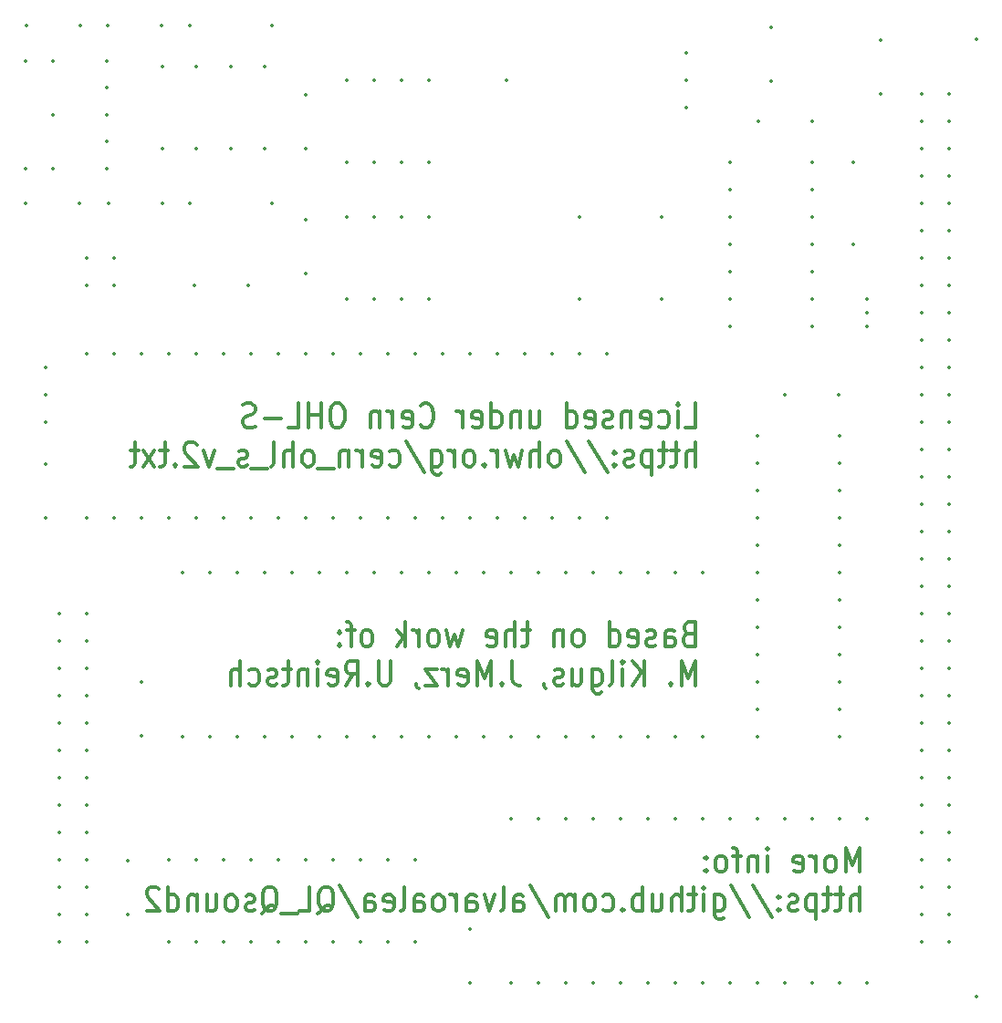
<source format=gbo>
%TF.GenerationSoftware,KiCad,Pcbnew,8.0.6+1*%
%TF.CreationDate,2024-11-10T20:36:51+01:00*%
%TF.ProjectId,QL_Qsound2,514c5f51-736f-4756-9e64-322e6b696361,1*%
%TF.SameCoordinates,Original*%
%TF.FileFunction,Legend,Bot*%
%TF.FilePolarity,Positive*%
%FSLAX46Y46*%
G04 Gerber Fmt 4.6, Leading zero omitted, Abs format (unit mm)*
G04 Created by KiCad (PCBNEW 8.0.6+1) date 2024-11-10 20:36:51*
%MOMM*%
%LPD*%
G01*
G04 APERTURE LIST*
%ADD10C,0.300000*%
%ADD11C,0.350000*%
G04 APERTURE END LIST*
D10*
X182206441Y-125579105D02*
X182206441Y-123329105D01*
X182206441Y-123329105D02*
X181539774Y-124936248D01*
X181539774Y-124936248D02*
X180873108Y-123329105D01*
X180873108Y-123329105D02*
X180873108Y-125579105D01*
X179635013Y-125579105D02*
X179825489Y-125471963D01*
X179825489Y-125471963D02*
X179920727Y-125364820D01*
X179920727Y-125364820D02*
X180015965Y-125150534D01*
X180015965Y-125150534D02*
X180015965Y-124507677D01*
X180015965Y-124507677D02*
X179920727Y-124293391D01*
X179920727Y-124293391D02*
X179825489Y-124186248D01*
X179825489Y-124186248D02*
X179635013Y-124079105D01*
X179635013Y-124079105D02*
X179349298Y-124079105D01*
X179349298Y-124079105D02*
X179158822Y-124186248D01*
X179158822Y-124186248D02*
X179063584Y-124293391D01*
X179063584Y-124293391D02*
X178968346Y-124507677D01*
X178968346Y-124507677D02*
X178968346Y-125150534D01*
X178968346Y-125150534D02*
X179063584Y-125364820D01*
X179063584Y-125364820D02*
X179158822Y-125471963D01*
X179158822Y-125471963D02*
X179349298Y-125579105D01*
X179349298Y-125579105D02*
X179635013Y-125579105D01*
X178111203Y-125579105D02*
X178111203Y-124079105D01*
X178111203Y-124507677D02*
X178015965Y-124293391D01*
X178015965Y-124293391D02*
X177920727Y-124186248D01*
X177920727Y-124186248D02*
X177730251Y-124079105D01*
X177730251Y-124079105D02*
X177539774Y-124079105D01*
X176111203Y-125471963D02*
X176301679Y-125579105D01*
X176301679Y-125579105D02*
X176682632Y-125579105D01*
X176682632Y-125579105D02*
X176873108Y-125471963D01*
X176873108Y-125471963D02*
X176968346Y-125257677D01*
X176968346Y-125257677D02*
X176968346Y-124400534D01*
X176968346Y-124400534D02*
X176873108Y-124186248D01*
X176873108Y-124186248D02*
X176682632Y-124079105D01*
X176682632Y-124079105D02*
X176301679Y-124079105D01*
X176301679Y-124079105D02*
X176111203Y-124186248D01*
X176111203Y-124186248D02*
X176015965Y-124400534D01*
X176015965Y-124400534D02*
X176015965Y-124614820D01*
X176015965Y-124614820D02*
X176968346Y-124829105D01*
X173635012Y-125579105D02*
X173635012Y-124079105D01*
X173635012Y-123329105D02*
X173730250Y-123436248D01*
X173730250Y-123436248D02*
X173635012Y-123543391D01*
X173635012Y-123543391D02*
X173539774Y-123436248D01*
X173539774Y-123436248D02*
X173635012Y-123329105D01*
X173635012Y-123329105D02*
X173635012Y-123543391D01*
X172682631Y-124079105D02*
X172682631Y-125579105D01*
X172682631Y-124293391D02*
X172587393Y-124186248D01*
X172587393Y-124186248D02*
X172396917Y-124079105D01*
X172396917Y-124079105D02*
X172111202Y-124079105D01*
X172111202Y-124079105D02*
X171920726Y-124186248D01*
X171920726Y-124186248D02*
X171825488Y-124400534D01*
X171825488Y-124400534D02*
X171825488Y-125579105D01*
X171158821Y-124079105D02*
X170396917Y-124079105D01*
X170873107Y-125579105D02*
X170873107Y-123650534D01*
X170873107Y-123650534D02*
X170777869Y-123436248D01*
X170777869Y-123436248D02*
X170587393Y-123329105D01*
X170587393Y-123329105D02*
X170396917Y-123329105D01*
X169444536Y-125579105D02*
X169635012Y-125471963D01*
X169635012Y-125471963D02*
X169730250Y-125364820D01*
X169730250Y-125364820D02*
X169825488Y-125150534D01*
X169825488Y-125150534D02*
X169825488Y-124507677D01*
X169825488Y-124507677D02*
X169730250Y-124293391D01*
X169730250Y-124293391D02*
X169635012Y-124186248D01*
X169635012Y-124186248D02*
X169444536Y-124079105D01*
X169444536Y-124079105D02*
X169158821Y-124079105D01*
X169158821Y-124079105D02*
X168968345Y-124186248D01*
X168968345Y-124186248D02*
X168873107Y-124293391D01*
X168873107Y-124293391D02*
X168777869Y-124507677D01*
X168777869Y-124507677D02*
X168777869Y-125150534D01*
X168777869Y-125150534D02*
X168873107Y-125364820D01*
X168873107Y-125364820D02*
X168968345Y-125471963D01*
X168968345Y-125471963D02*
X169158821Y-125579105D01*
X169158821Y-125579105D02*
X169444536Y-125579105D01*
X167920726Y-125364820D02*
X167825488Y-125471963D01*
X167825488Y-125471963D02*
X167920726Y-125579105D01*
X167920726Y-125579105D02*
X168015964Y-125471963D01*
X168015964Y-125471963D02*
X167920726Y-125364820D01*
X167920726Y-125364820D02*
X167920726Y-125579105D01*
X167920726Y-124186248D02*
X167825488Y-124293391D01*
X167825488Y-124293391D02*
X167920726Y-124400534D01*
X167920726Y-124400534D02*
X168015964Y-124293391D01*
X168015964Y-124293391D02*
X167920726Y-124186248D01*
X167920726Y-124186248D02*
X167920726Y-124400534D01*
X182206441Y-129201479D02*
X182206441Y-126951479D01*
X181349298Y-129201479D02*
X181349298Y-128022908D01*
X181349298Y-128022908D02*
X181444536Y-127808622D01*
X181444536Y-127808622D02*
X181635012Y-127701479D01*
X181635012Y-127701479D02*
X181920727Y-127701479D01*
X181920727Y-127701479D02*
X182111203Y-127808622D01*
X182111203Y-127808622D02*
X182206441Y-127915765D01*
X180682631Y-127701479D02*
X179920727Y-127701479D01*
X180396917Y-126951479D02*
X180396917Y-128880051D01*
X180396917Y-128880051D02*
X180301679Y-129094337D01*
X180301679Y-129094337D02*
X180111203Y-129201479D01*
X180111203Y-129201479D02*
X179920727Y-129201479D01*
X179539774Y-127701479D02*
X178777870Y-127701479D01*
X179254060Y-126951479D02*
X179254060Y-128880051D01*
X179254060Y-128880051D02*
X179158822Y-129094337D01*
X179158822Y-129094337D02*
X178968346Y-129201479D01*
X178968346Y-129201479D02*
X178777870Y-129201479D01*
X178111203Y-127701479D02*
X178111203Y-129951479D01*
X178111203Y-127808622D02*
X177920727Y-127701479D01*
X177920727Y-127701479D02*
X177539774Y-127701479D01*
X177539774Y-127701479D02*
X177349298Y-127808622D01*
X177349298Y-127808622D02*
X177254060Y-127915765D01*
X177254060Y-127915765D02*
X177158822Y-128130051D01*
X177158822Y-128130051D02*
X177158822Y-128772908D01*
X177158822Y-128772908D02*
X177254060Y-128987194D01*
X177254060Y-128987194D02*
X177349298Y-129094337D01*
X177349298Y-129094337D02*
X177539774Y-129201479D01*
X177539774Y-129201479D02*
X177920727Y-129201479D01*
X177920727Y-129201479D02*
X178111203Y-129094337D01*
X176396917Y-129094337D02*
X176206441Y-129201479D01*
X176206441Y-129201479D02*
X175825489Y-129201479D01*
X175825489Y-129201479D02*
X175635012Y-129094337D01*
X175635012Y-129094337D02*
X175539774Y-128880051D01*
X175539774Y-128880051D02*
X175539774Y-128772908D01*
X175539774Y-128772908D02*
X175635012Y-128558622D01*
X175635012Y-128558622D02*
X175825489Y-128451479D01*
X175825489Y-128451479D02*
X176111203Y-128451479D01*
X176111203Y-128451479D02*
X176301679Y-128344337D01*
X176301679Y-128344337D02*
X176396917Y-128130051D01*
X176396917Y-128130051D02*
X176396917Y-128022908D01*
X176396917Y-128022908D02*
X176301679Y-127808622D01*
X176301679Y-127808622D02*
X176111203Y-127701479D01*
X176111203Y-127701479D02*
X175825489Y-127701479D01*
X175825489Y-127701479D02*
X175635012Y-127808622D01*
X174682631Y-128987194D02*
X174587393Y-129094337D01*
X174587393Y-129094337D02*
X174682631Y-129201479D01*
X174682631Y-129201479D02*
X174777869Y-129094337D01*
X174777869Y-129094337D02*
X174682631Y-128987194D01*
X174682631Y-128987194D02*
X174682631Y-129201479D01*
X174682631Y-127808622D02*
X174587393Y-127915765D01*
X174587393Y-127915765D02*
X174682631Y-128022908D01*
X174682631Y-128022908D02*
X174777869Y-127915765D01*
X174777869Y-127915765D02*
X174682631Y-127808622D01*
X174682631Y-127808622D02*
X174682631Y-128022908D01*
X172301679Y-126844337D02*
X174015964Y-129737194D01*
X170206441Y-126844337D02*
X171920726Y-129737194D01*
X168682631Y-127701479D02*
X168682631Y-129522908D01*
X168682631Y-129522908D02*
X168777869Y-129737194D01*
X168777869Y-129737194D02*
X168873107Y-129844337D01*
X168873107Y-129844337D02*
X169063584Y-129951479D01*
X169063584Y-129951479D02*
X169349298Y-129951479D01*
X169349298Y-129951479D02*
X169539774Y-129844337D01*
X168682631Y-129094337D02*
X168873107Y-129201479D01*
X168873107Y-129201479D02*
X169254060Y-129201479D01*
X169254060Y-129201479D02*
X169444536Y-129094337D01*
X169444536Y-129094337D02*
X169539774Y-128987194D01*
X169539774Y-128987194D02*
X169635012Y-128772908D01*
X169635012Y-128772908D02*
X169635012Y-128130051D01*
X169635012Y-128130051D02*
X169539774Y-127915765D01*
X169539774Y-127915765D02*
X169444536Y-127808622D01*
X169444536Y-127808622D02*
X169254060Y-127701479D01*
X169254060Y-127701479D02*
X168873107Y-127701479D01*
X168873107Y-127701479D02*
X168682631Y-127808622D01*
X167730250Y-129201479D02*
X167730250Y-127701479D01*
X167730250Y-126951479D02*
X167825488Y-127058622D01*
X167825488Y-127058622D02*
X167730250Y-127165765D01*
X167730250Y-127165765D02*
X167635012Y-127058622D01*
X167635012Y-127058622D02*
X167730250Y-126951479D01*
X167730250Y-126951479D02*
X167730250Y-127165765D01*
X167063583Y-127701479D02*
X166301679Y-127701479D01*
X166777869Y-126951479D02*
X166777869Y-128880051D01*
X166777869Y-128880051D02*
X166682631Y-129094337D01*
X166682631Y-129094337D02*
X166492155Y-129201479D01*
X166492155Y-129201479D02*
X166301679Y-129201479D01*
X165635012Y-129201479D02*
X165635012Y-126951479D01*
X164777869Y-129201479D02*
X164777869Y-128022908D01*
X164777869Y-128022908D02*
X164873107Y-127808622D01*
X164873107Y-127808622D02*
X165063583Y-127701479D01*
X165063583Y-127701479D02*
X165349298Y-127701479D01*
X165349298Y-127701479D02*
X165539774Y-127808622D01*
X165539774Y-127808622D02*
X165635012Y-127915765D01*
X162968345Y-127701479D02*
X162968345Y-129201479D01*
X163825488Y-127701479D02*
X163825488Y-128880051D01*
X163825488Y-128880051D02*
X163730250Y-129094337D01*
X163730250Y-129094337D02*
X163539774Y-129201479D01*
X163539774Y-129201479D02*
X163254059Y-129201479D01*
X163254059Y-129201479D02*
X163063583Y-129094337D01*
X163063583Y-129094337D02*
X162968345Y-128987194D01*
X162015964Y-129201479D02*
X162015964Y-126951479D01*
X162015964Y-127808622D02*
X161825488Y-127701479D01*
X161825488Y-127701479D02*
X161444535Y-127701479D01*
X161444535Y-127701479D02*
X161254059Y-127808622D01*
X161254059Y-127808622D02*
X161158821Y-127915765D01*
X161158821Y-127915765D02*
X161063583Y-128130051D01*
X161063583Y-128130051D02*
X161063583Y-128772908D01*
X161063583Y-128772908D02*
X161158821Y-128987194D01*
X161158821Y-128987194D02*
X161254059Y-129094337D01*
X161254059Y-129094337D02*
X161444535Y-129201479D01*
X161444535Y-129201479D02*
X161825488Y-129201479D01*
X161825488Y-129201479D02*
X162015964Y-129094337D01*
X160206440Y-128987194D02*
X160111202Y-129094337D01*
X160111202Y-129094337D02*
X160206440Y-129201479D01*
X160206440Y-129201479D02*
X160301678Y-129094337D01*
X160301678Y-129094337D02*
X160206440Y-128987194D01*
X160206440Y-128987194D02*
X160206440Y-129201479D01*
X158396916Y-129094337D02*
X158587392Y-129201479D01*
X158587392Y-129201479D02*
X158968345Y-129201479D01*
X158968345Y-129201479D02*
X159158821Y-129094337D01*
X159158821Y-129094337D02*
X159254059Y-128987194D01*
X159254059Y-128987194D02*
X159349297Y-128772908D01*
X159349297Y-128772908D02*
X159349297Y-128130051D01*
X159349297Y-128130051D02*
X159254059Y-127915765D01*
X159254059Y-127915765D02*
X159158821Y-127808622D01*
X159158821Y-127808622D02*
X158968345Y-127701479D01*
X158968345Y-127701479D02*
X158587392Y-127701479D01*
X158587392Y-127701479D02*
X158396916Y-127808622D01*
X157254059Y-129201479D02*
X157444535Y-129094337D01*
X157444535Y-129094337D02*
X157539773Y-128987194D01*
X157539773Y-128987194D02*
X157635011Y-128772908D01*
X157635011Y-128772908D02*
X157635011Y-128130051D01*
X157635011Y-128130051D02*
X157539773Y-127915765D01*
X157539773Y-127915765D02*
X157444535Y-127808622D01*
X157444535Y-127808622D02*
X157254059Y-127701479D01*
X157254059Y-127701479D02*
X156968344Y-127701479D01*
X156968344Y-127701479D02*
X156777868Y-127808622D01*
X156777868Y-127808622D02*
X156682630Y-127915765D01*
X156682630Y-127915765D02*
X156587392Y-128130051D01*
X156587392Y-128130051D02*
X156587392Y-128772908D01*
X156587392Y-128772908D02*
X156682630Y-128987194D01*
X156682630Y-128987194D02*
X156777868Y-129094337D01*
X156777868Y-129094337D02*
X156968344Y-129201479D01*
X156968344Y-129201479D02*
X157254059Y-129201479D01*
X155730249Y-129201479D02*
X155730249Y-127701479D01*
X155730249Y-127915765D02*
X155635011Y-127808622D01*
X155635011Y-127808622D02*
X155444535Y-127701479D01*
X155444535Y-127701479D02*
X155158820Y-127701479D01*
X155158820Y-127701479D02*
X154968344Y-127808622D01*
X154968344Y-127808622D02*
X154873106Y-128022908D01*
X154873106Y-128022908D02*
X154873106Y-129201479D01*
X154873106Y-128022908D02*
X154777868Y-127808622D01*
X154777868Y-127808622D02*
X154587392Y-127701479D01*
X154587392Y-127701479D02*
X154301678Y-127701479D01*
X154301678Y-127701479D02*
X154111201Y-127808622D01*
X154111201Y-127808622D02*
X154015963Y-128022908D01*
X154015963Y-128022908D02*
X154015963Y-129201479D01*
X151635011Y-126844337D02*
X153349296Y-129737194D01*
X150111201Y-129201479D02*
X150111201Y-128022908D01*
X150111201Y-128022908D02*
X150206439Y-127808622D01*
X150206439Y-127808622D02*
X150396915Y-127701479D01*
X150396915Y-127701479D02*
X150777868Y-127701479D01*
X150777868Y-127701479D02*
X150968344Y-127808622D01*
X150111201Y-129094337D02*
X150301677Y-129201479D01*
X150301677Y-129201479D02*
X150777868Y-129201479D01*
X150777868Y-129201479D02*
X150968344Y-129094337D01*
X150968344Y-129094337D02*
X151063582Y-128880051D01*
X151063582Y-128880051D02*
X151063582Y-128665765D01*
X151063582Y-128665765D02*
X150968344Y-128451479D01*
X150968344Y-128451479D02*
X150777868Y-128344337D01*
X150777868Y-128344337D02*
X150301677Y-128344337D01*
X150301677Y-128344337D02*
X150111201Y-128237194D01*
X148873106Y-129201479D02*
X149063582Y-129094337D01*
X149063582Y-129094337D02*
X149158820Y-128880051D01*
X149158820Y-128880051D02*
X149158820Y-126951479D01*
X148301677Y-127701479D02*
X147825487Y-129201479D01*
X147825487Y-129201479D02*
X147349296Y-127701479D01*
X145730248Y-129201479D02*
X145730248Y-128022908D01*
X145730248Y-128022908D02*
X145825486Y-127808622D01*
X145825486Y-127808622D02*
X146015962Y-127701479D01*
X146015962Y-127701479D02*
X146396915Y-127701479D01*
X146396915Y-127701479D02*
X146587391Y-127808622D01*
X145730248Y-129094337D02*
X145920724Y-129201479D01*
X145920724Y-129201479D02*
X146396915Y-129201479D01*
X146396915Y-129201479D02*
X146587391Y-129094337D01*
X146587391Y-129094337D02*
X146682629Y-128880051D01*
X146682629Y-128880051D02*
X146682629Y-128665765D01*
X146682629Y-128665765D02*
X146587391Y-128451479D01*
X146587391Y-128451479D02*
X146396915Y-128344337D01*
X146396915Y-128344337D02*
X145920724Y-128344337D01*
X145920724Y-128344337D02*
X145730248Y-128237194D01*
X144777867Y-129201479D02*
X144777867Y-127701479D01*
X144777867Y-128130051D02*
X144682629Y-127915765D01*
X144682629Y-127915765D02*
X144587391Y-127808622D01*
X144587391Y-127808622D02*
X144396915Y-127701479D01*
X144396915Y-127701479D02*
X144206438Y-127701479D01*
X143254058Y-129201479D02*
X143444534Y-129094337D01*
X143444534Y-129094337D02*
X143539772Y-128987194D01*
X143539772Y-128987194D02*
X143635010Y-128772908D01*
X143635010Y-128772908D02*
X143635010Y-128130051D01*
X143635010Y-128130051D02*
X143539772Y-127915765D01*
X143539772Y-127915765D02*
X143444534Y-127808622D01*
X143444534Y-127808622D02*
X143254058Y-127701479D01*
X143254058Y-127701479D02*
X142968343Y-127701479D01*
X142968343Y-127701479D02*
X142777867Y-127808622D01*
X142777867Y-127808622D02*
X142682629Y-127915765D01*
X142682629Y-127915765D02*
X142587391Y-128130051D01*
X142587391Y-128130051D02*
X142587391Y-128772908D01*
X142587391Y-128772908D02*
X142682629Y-128987194D01*
X142682629Y-128987194D02*
X142777867Y-129094337D01*
X142777867Y-129094337D02*
X142968343Y-129201479D01*
X142968343Y-129201479D02*
X143254058Y-129201479D01*
X140873105Y-129201479D02*
X140873105Y-128022908D01*
X140873105Y-128022908D02*
X140968343Y-127808622D01*
X140968343Y-127808622D02*
X141158819Y-127701479D01*
X141158819Y-127701479D02*
X141539772Y-127701479D01*
X141539772Y-127701479D02*
X141730248Y-127808622D01*
X140873105Y-129094337D02*
X141063581Y-129201479D01*
X141063581Y-129201479D02*
X141539772Y-129201479D01*
X141539772Y-129201479D02*
X141730248Y-129094337D01*
X141730248Y-129094337D02*
X141825486Y-128880051D01*
X141825486Y-128880051D02*
X141825486Y-128665765D01*
X141825486Y-128665765D02*
X141730248Y-128451479D01*
X141730248Y-128451479D02*
X141539772Y-128344337D01*
X141539772Y-128344337D02*
X141063581Y-128344337D01*
X141063581Y-128344337D02*
X140873105Y-128237194D01*
X139635010Y-129201479D02*
X139825486Y-129094337D01*
X139825486Y-129094337D02*
X139920724Y-128880051D01*
X139920724Y-128880051D02*
X139920724Y-126951479D01*
X138111200Y-129094337D02*
X138301676Y-129201479D01*
X138301676Y-129201479D02*
X138682629Y-129201479D01*
X138682629Y-129201479D02*
X138873105Y-129094337D01*
X138873105Y-129094337D02*
X138968343Y-128880051D01*
X138968343Y-128880051D02*
X138968343Y-128022908D01*
X138968343Y-128022908D02*
X138873105Y-127808622D01*
X138873105Y-127808622D02*
X138682629Y-127701479D01*
X138682629Y-127701479D02*
X138301676Y-127701479D01*
X138301676Y-127701479D02*
X138111200Y-127808622D01*
X138111200Y-127808622D02*
X138015962Y-128022908D01*
X138015962Y-128022908D02*
X138015962Y-128237194D01*
X138015962Y-128237194D02*
X138968343Y-128451479D01*
X136301676Y-129201479D02*
X136301676Y-128022908D01*
X136301676Y-128022908D02*
X136396914Y-127808622D01*
X136396914Y-127808622D02*
X136587390Y-127701479D01*
X136587390Y-127701479D02*
X136968343Y-127701479D01*
X136968343Y-127701479D02*
X137158819Y-127808622D01*
X136301676Y-129094337D02*
X136492152Y-129201479D01*
X136492152Y-129201479D02*
X136968343Y-129201479D01*
X136968343Y-129201479D02*
X137158819Y-129094337D01*
X137158819Y-129094337D02*
X137254057Y-128880051D01*
X137254057Y-128880051D02*
X137254057Y-128665765D01*
X137254057Y-128665765D02*
X137158819Y-128451479D01*
X137158819Y-128451479D02*
X136968343Y-128344337D01*
X136968343Y-128344337D02*
X136492152Y-128344337D01*
X136492152Y-128344337D02*
X136301676Y-128237194D01*
X133920724Y-126844337D02*
X135635009Y-129737194D01*
X131920724Y-129415765D02*
X132111200Y-129308622D01*
X132111200Y-129308622D02*
X132301676Y-129094337D01*
X132301676Y-129094337D02*
X132587390Y-128772908D01*
X132587390Y-128772908D02*
X132777867Y-128665765D01*
X132777867Y-128665765D02*
X132968343Y-128665765D01*
X132873105Y-129201479D02*
X133063581Y-129094337D01*
X133063581Y-129094337D02*
X133254057Y-128880051D01*
X133254057Y-128880051D02*
X133349295Y-128451479D01*
X133349295Y-128451479D02*
X133349295Y-127701479D01*
X133349295Y-127701479D02*
X133254057Y-127272908D01*
X133254057Y-127272908D02*
X133063581Y-127058622D01*
X133063581Y-127058622D02*
X132873105Y-126951479D01*
X132873105Y-126951479D02*
X132492152Y-126951479D01*
X132492152Y-126951479D02*
X132301676Y-127058622D01*
X132301676Y-127058622D02*
X132111200Y-127272908D01*
X132111200Y-127272908D02*
X132015962Y-127701479D01*
X132015962Y-127701479D02*
X132015962Y-128451479D01*
X132015962Y-128451479D02*
X132111200Y-128880051D01*
X132111200Y-128880051D02*
X132301676Y-129094337D01*
X132301676Y-129094337D02*
X132492152Y-129201479D01*
X132492152Y-129201479D02*
X132873105Y-129201479D01*
X130206438Y-129201479D02*
X131158819Y-129201479D01*
X131158819Y-129201479D02*
X131158819Y-126951479D01*
X130015962Y-129415765D02*
X128492152Y-129415765D01*
X126682628Y-129415765D02*
X126873104Y-129308622D01*
X126873104Y-129308622D02*
X127063580Y-129094337D01*
X127063580Y-129094337D02*
X127349294Y-128772908D01*
X127349294Y-128772908D02*
X127539771Y-128665765D01*
X127539771Y-128665765D02*
X127730247Y-128665765D01*
X127635009Y-129201479D02*
X127825485Y-129094337D01*
X127825485Y-129094337D02*
X128015961Y-128880051D01*
X128015961Y-128880051D02*
X128111199Y-128451479D01*
X128111199Y-128451479D02*
X128111199Y-127701479D01*
X128111199Y-127701479D02*
X128015961Y-127272908D01*
X128015961Y-127272908D02*
X127825485Y-127058622D01*
X127825485Y-127058622D02*
X127635009Y-126951479D01*
X127635009Y-126951479D02*
X127254056Y-126951479D01*
X127254056Y-126951479D02*
X127063580Y-127058622D01*
X127063580Y-127058622D02*
X126873104Y-127272908D01*
X126873104Y-127272908D02*
X126777866Y-127701479D01*
X126777866Y-127701479D02*
X126777866Y-128451479D01*
X126777866Y-128451479D02*
X126873104Y-128880051D01*
X126873104Y-128880051D02*
X127063580Y-129094337D01*
X127063580Y-129094337D02*
X127254056Y-129201479D01*
X127254056Y-129201479D02*
X127635009Y-129201479D01*
X126015961Y-129094337D02*
X125825485Y-129201479D01*
X125825485Y-129201479D02*
X125444533Y-129201479D01*
X125444533Y-129201479D02*
X125254056Y-129094337D01*
X125254056Y-129094337D02*
X125158818Y-128880051D01*
X125158818Y-128880051D02*
X125158818Y-128772908D01*
X125158818Y-128772908D02*
X125254056Y-128558622D01*
X125254056Y-128558622D02*
X125444533Y-128451479D01*
X125444533Y-128451479D02*
X125730247Y-128451479D01*
X125730247Y-128451479D02*
X125920723Y-128344337D01*
X125920723Y-128344337D02*
X126015961Y-128130051D01*
X126015961Y-128130051D02*
X126015961Y-128022908D01*
X126015961Y-128022908D02*
X125920723Y-127808622D01*
X125920723Y-127808622D02*
X125730247Y-127701479D01*
X125730247Y-127701479D02*
X125444533Y-127701479D01*
X125444533Y-127701479D02*
X125254056Y-127808622D01*
X124015961Y-129201479D02*
X124206437Y-129094337D01*
X124206437Y-129094337D02*
X124301675Y-128987194D01*
X124301675Y-128987194D02*
X124396913Y-128772908D01*
X124396913Y-128772908D02*
X124396913Y-128130051D01*
X124396913Y-128130051D02*
X124301675Y-127915765D01*
X124301675Y-127915765D02*
X124206437Y-127808622D01*
X124206437Y-127808622D02*
X124015961Y-127701479D01*
X124015961Y-127701479D02*
X123730246Y-127701479D01*
X123730246Y-127701479D02*
X123539770Y-127808622D01*
X123539770Y-127808622D02*
X123444532Y-127915765D01*
X123444532Y-127915765D02*
X123349294Y-128130051D01*
X123349294Y-128130051D02*
X123349294Y-128772908D01*
X123349294Y-128772908D02*
X123444532Y-128987194D01*
X123444532Y-128987194D02*
X123539770Y-129094337D01*
X123539770Y-129094337D02*
X123730246Y-129201479D01*
X123730246Y-129201479D02*
X124015961Y-129201479D01*
X121635008Y-127701479D02*
X121635008Y-129201479D01*
X122492151Y-127701479D02*
X122492151Y-128880051D01*
X122492151Y-128880051D02*
X122396913Y-129094337D01*
X122396913Y-129094337D02*
X122206437Y-129201479D01*
X122206437Y-129201479D02*
X121920722Y-129201479D01*
X121920722Y-129201479D02*
X121730246Y-129094337D01*
X121730246Y-129094337D02*
X121635008Y-128987194D01*
X120682627Y-127701479D02*
X120682627Y-129201479D01*
X120682627Y-127915765D02*
X120587389Y-127808622D01*
X120587389Y-127808622D02*
X120396913Y-127701479D01*
X120396913Y-127701479D02*
X120111198Y-127701479D01*
X120111198Y-127701479D02*
X119920722Y-127808622D01*
X119920722Y-127808622D02*
X119825484Y-128022908D01*
X119825484Y-128022908D02*
X119825484Y-129201479D01*
X118015960Y-129201479D02*
X118015960Y-126951479D01*
X118015960Y-129094337D02*
X118206436Y-129201479D01*
X118206436Y-129201479D02*
X118587389Y-129201479D01*
X118587389Y-129201479D02*
X118777865Y-129094337D01*
X118777865Y-129094337D02*
X118873103Y-128987194D01*
X118873103Y-128987194D02*
X118968341Y-128772908D01*
X118968341Y-128772908D02*
X118968341Y-128130051D01*
X118968341Y-128130051D02*
X118873103Y-127915765D01*
X118873103Y-127915765D02*
X118777865Y-127808622D01*
X118777865Y-127808622D02*
X118587389Y-127701479D01*
X118587389Y-127701479D02*
X118206436Y-127701479D01*
X118206436Y-127701479D02*
X118015960Y-127808622D01*
X117158817Y-127165765D02*
X117063579Y-127058622D01*
X117063579Y-127058622D02*
X116873103Y-126951479D01*
X116873103Y-126951479D02*
X116396912Y-126951479D01*
X116396912Y-126951479D02*
X116206436Y-127058622D01*
X116206436Y-127058622D02*
X116111198Y-127165765D01*
X116111198Y-127165765D02*
X116015960Y-127380051D01*
X116015960Y-127380051D02*
X116015960Y-127594337D01*
X116015960Y-127594337D02*
X116111198Y-127915765D01*
X116111198Y-127915765D02*
X117254055Y-129201479D01*
X117254055Y-129201479D02*
X116015960Y-129201479D01*
X166299774Y-103445534D02*
X166014060Y-103552677D01*
X166014060Y-103552677D02*
X165918822Y-103659820D01*
X165918822Y-103659820D02*
X165823584Y-103874105D01*
X165823584Y-103874105D02*
X165823584Y-104195534D01*
X165823584Y-104195534D02*
X165918822Y-104409820D01*
X165918822Y-104409820D02*
X166014060Y-104516963D01*
X166014060Y-104516963D02*
X166204536Y-104624105D01*
X166204536Y-104624105D02*
X166966441Y-104624105D01*
X166966441Y-104624105D02*
X166966441Y-102374105D01*
X166966441Y-102374105D02*
X166299774Y-102374105D01*
X166299774Y-102374105D02*
X166109298Y-102481248D01*
X166109298Y-102481248D02*
X166014060Y-102588391D01*
X166014060Y-102588391D02*
X165918822Y-102802677D01*
X165918822Y-102802677D02*
X165918822Y-103016963D01*
X165918822Y-103016963D02*
X166014060Y-103231248D01*
X166014060Y-103231248D02*
X166109298Y-103338391D01*
X166109298Y-103338391D02*
X166299774Y-103445534D01*
X166299774Y-103445534D02*
X166966441Y-103445534D01*
X164109298Y-104624105D02*
X164109298Y-103445534D01*
X164109298Y-103445534D02*
X164204536Y-103231248D01*
X164204536Y-103231248D02*
X164395012Y-103124105D01*
X164395012Y-103124105D02*
X164775965Y-103124105D01*
X164775965Y-103124105D02*
X164966441Y-103231248D01*
X164109298Y-104516963D02*
X164299774Y-104624105D01*
X164299774Y-104624105D02*
X164775965Y-104624105D01*
X164775965Y-104624105D02*
X164966441Y-104516963D01*
X164966441Y-104516963D02*
X165061679Y-104302677D01*
X165061679Y-104302677D02*
X165061679Y-104088391D01*
X165061679Y-104088391D02*
X164966441Y-103874105D01*
X164966441Y-103874105D02*
X164775965Y-103766963D01*
X164775965Y-103766963D02*
X164299774Y-103766963D01*
X164299774Y-103766963D02*
X164109298Y-103659820D01*
X163252155Y-104516963D02*
X163061679Y-104624105D01*
X163061679Y-104624105D02*
X162680727Y-104624105D01*
X162680727Y-104624105D02*
X162490250Y-104516963D01*
X162490250Y-104516963D02*
X162395012Y-104302677D01*
X162395012Y-104302677D02*
X162395012Y-104195534D01*
X162395012Y-104195534D02*
X162490250Y-103981248D01*
X162490250Y-103981248D02*
X162680727Y-103874105D01*
X162680727Y-103874105D02*
X162966441Y-103874105D01*
X162966441Y-103874105D02*
X163156917Y-103766963D01*
X163156917Y-103766963D02*
X163252155Y-103552677D01*
X163252155Y-103552677D02*
X163252155Y-103445534D01*
X163252155Y-103445534D02*
X163156917Y-103231248D01*
X163156917Y-103231248D02*
X162966441Y-103124105D01*
X162966441Y-103124105D02*
X162680727Y-103124105D01*
X162680727Y-103124105D02*
X162490250Y-103231248D01*
X160775964Y-104516963D02*
X160966440Y-104624105D01*
X160966440Y-104624105D02*
X161347393Y-104624105D01*
X161347393Y-104624105D02*
X161537869Y-104516963D01*
X161537869Y-104516963D02*
X161633107Y-104302677D01*
X161633107Y-104302677D02*
X161633107Y-103445534D01*
X161633107Y-103445534D02*
X161537869Y-103231248D01*
X161537869Y-103231248D02*
X161347393Y-103124105D01*
X161347393Y-103124105D02*
X160966440Y-103124105D01*
X160966440Y-103124105D02*
X160775964Y-103231248D01*
X160775964Y-103231248D02*
X160680726Y-103445534D01*
X160680726Y-103445534D02*
X160680726Y-103659820D01*
X160680726Y-103659820D02*
X161633107Y-103874105D01*
X158966440Y-104624105D02*
X158966440Y-102374105D01*
X158966440Y-104516963D02*
X159156916Y-104624105D01*
X159156916Y-104624105D02*
X159537869Y-104624105D01*
X159537869Y-104624105D02*
X159728345Y-104516963D01*
X159728345Y-104516963D02*
X159823583Y-104409820D01*
X159823583Y-104409820D02*
X159918821Y-104195534D01*
X159918821Y-104195534D02*
X159918821Y-103552677D01*
X159918821Y-103552677D02*
X159823583Y-103338391D01*
X159823583Y-103338391D02*
X159728345Y-103231248D01*
X159728345Y-103231248D02*
X159537869Y-103124105D01*
X159537869Y-103124105D02*
X159156916Y-103124105D01*
X159156916Y-103124105D02*
X158966440Y-103231248D01*
X156204535Y-104624105D02*
X156395011Y-104516963D01*
X156395011Y-104516963D02*
X156490249Y-104409820D01*
X156490249Y-104409820D02*
X156585487Y-104195534D01*
X156585487Y-104195534D02*
X156585487Y-103552677D01*
X156585487Y-103552677D02*
X156490249Y-103338391D01*
X156490249Y-103338391D02*
X156395011Y-103231248D01*
X156395011Y-103231248D02*
X156204535Y-103124105D01*
X156204535Y-103124105D02*
X155918820Y-103124105D01*
X155918820Y-103124105D02*
X155728344Y-103231248D01*
X155728344Y-103231248D02*
X155633106Y-103338391D01*
X155633106Y-103338391D02*
X155537868Y-103552677D01*
X155537868Y-103552677D02*
X155537868Y-104195534D01*
X155537868Y-104195534D02*
X155633106Y-104409820D01*
X155633106Y-104409820D02*
X155728344Y-104516963D01*
X155728344Y-104516963D02*
X155918820Y-104624105D01*
X155918820Y-104624105D02*
X156204535Y-104624105D01*
X154680725Y-103124105D02*
X154680725Y-104624105D01*
X154680725Y-103338391D02*
X154585487Y-103231248D01*
X154585487Y-103231248D02*
X154395011Y-103124105D01*
X154395011Y-103124105D02*
X154109296Y-103124105D01*
X154109296Y-103124105D02*
X153918820Y-103231248D01*
X153918820Y-103231248D02*
X153823582Y-103445534D01*
X153823582Y-103445534D02*
X153823582Y-104624105D01*
X151633105Y-103124105D02*
X150871201Y-103124105D01*
X151347391Y-102374105D02*
X151347391Y-104302677D01*
X151347391Y-104302677D02*
X151252153Y-104516963D01*
X151252153Y-104516963D02*
X151061677Y-104624105D01*
X151061677Y-104624105D02*
X150871201Y-104624105D01*
X150204534Y-104624105D02*
X150204534Y-102374105D01*
X149347391Y-104624105D02*
X149347391Y-103445534D01*
X149347391Y-103445534D02*
X149442629Y-103231248D01*
X149442629Y-103231248D02*
X149633105Y-103124105D01*
X149633105Y-103124105D02*
X149918820Y-103124105D01*
X149918820Y-103124105D02*
X150109296Y-103231248D01*
X150109296Y-103231248D02*
X150204534Y-103338391D01*
X147633105Y-104516963D02*
X147823581Y-104624105D01*
X147823581Y-104624105D02*
X148204534Y-104624105D01*
X148204534Y-104624105D02*
X148395010Y-104516963D01*
X148395010Y-104516963D02*
X148490248Y-104302677D01*
X148490248Y-104302677D02*
X148490248Y-103445534D01*
X148490248Y-103445534D02*
X148395010Y-103231248D01*
X148395010Y-103231248D02*
X148204534Y-103124105D01*
X148204534Y-103124105D02*
X147823581Y-103124105D01*
X147823581Y-103124105D02*
X147633105Y-103231248D01*
X147633105Y-103231248D02*
X147537867Y-103445534D01*
X147537867Y-103445534D02*
X147537867Y-103659820D01*
X147537867Y-103659820D02*
X148490248Y-103874105D01*
X145347390Y-103124105D02*
X144966438Y-104624105D01*
X144966438Y-104624105D02*
X144585485Y-103552677D01*
X144585485Y-103552677D02*
X144204533Y-104624105D01*
X144204533Y-104624105D02*
X143823581Y-103124105D01*
X142775962Y-104624105D02*
X142966438Y-104516963D01*
X142966438Y-104516963D02*
X143061676Y-104409820D01*
X143061676Y-104409820D02*
X143156914Y-104195534D01*
X143156914Y-104195534D02*
X143156914Y-103552677D01*
X143156914Y-103552677D02*
X143061676Y-103338391D01*
X143061676Y-103338391D02*
X142966438Y-103231248D01*
X142966438Y-103231248D02*
X142775962Y-103124105D01*
X142775962Y-103124105D02*
X142490247Y-103124105D01*
X142490247Y-103124105D02*
X142299771Y-103231248D01*
X142299771Y-103231248D02*
X142204533Y-103338391D01*
X142204533Y-103338391D02*
X142109295Y-103552677D01*
X142109295Y-103552677D02*
X142109295Y-104195534D01*
X142109295Y-104195534D02*
X142204533Y-104409820D01*
X142204533Y-104409820D02*
X142299771Y-104516963D01*
X142299771Y-104516963D02*
X142490247Y-104624105D01*
X142490247Y-104624105D02*
X142775962Y-104624105D01*
X141252152Y-104624105D02*
X141252152Y-103124105D01*
X141252152Y-103552677D02*
X141156914Y-103338391D01*
X141156914Y-103338391D02*
X141061676Y-103231248D01*
X141061676Y-103231248D02*
X140871200Y-103124105D01*
X140871200Y-103124105D02*
X140680723Y-103124105D01*
X140014057Y-104624105D02*
X140014057Y-102374105D01*
X139823581Y-103766963D02*
X139252152Y-104624105D01*
X139252152Y-103124105D02*
X140014057Y-103981248D01*
X136585485Y-104624105D02*
X136775961Y-104516963D01*
X136775961Y-104516963D02*
X136871199Y-104409820D01*
X136871199Y-104409820D02*
X136966437Y-104195534D01*
X136966437Y-104195534D02*
X136966437Y-103552677D01*
X136966437Y-103552677D02*
X136871199Y-103338391D01*
X136871199Y-103338391D02*
X136775961Y-103231248D01*
X136775961Y-103231248D02*
X136585485Y-103124105D01*
X136585485Y-103124105D02*
X136299770Y-103124105D01*
X136299770Y-103124105D02*
X136109294Y-103231248D01*
X136109294Y-103231248D02*
X136014056Y-103338391D01*
X136014056Y-103338391D02*
X135918818Y-103552677D01*
X135918818Y-103552677D02*
X135918818Y-104195534D01*
X135918818Y-104195534D02*
X136014056Y-104409820D01*
X136014056Y-104409820D02*
X136109294Y-104516963D01*
X136109294Y-104516963D02*
X136299770Y-104624105D01*
X136299770Y-104624105D02*
X136585485Y-104624105D01*
X135347389Y-103124105D02*
X134585485Y-103124105D01*
X135061675Y-104624105D02*
X135061675Y-102695534D01*
X135061675Y-102695534D02*
X134966437Y-102481248D01*
X134966437Y-102481248D02*
X134775961Y-102374105D01*
X134775961Y-102374105D02*
X134585485Y-102374105D01*
X133918818Y-104409820D02*
X133823580Y-104516963D01*
X133823580Y-104516963D02*
X133918818Y-104624105D01*
X133918818Y-104624105D02*
X134014056Y-104516963D01*
X134014056Y-104516963D02*
X133918818Y-104409820D01*
X133918818Y-104409820D02*
X133918818Y-104624105D01*
X133918818Y-103231248D02*
X133823580Y-103338391D01*
X133823580Y-103338391D02*
X133918818Y-103445534D01*
X133918818Y-103445534D02*
X134014056Y-103338391D01*
X134014056Y-103338391D02*
X133918818Y-103231248D01*
X133918818Y-103231248D02*
X133918818Y-103445534D01*
X166966441Y-108246479D02*
X166966441Y-105996479D01*
X166966441Y-105996479D02*
X166299774Y-107603622D01*
X166299774Y-107603622D02*
X165633108Y-105996479D01*
X165633108Y-105996479D02*
X165633108Y-108246479D01*
X164680727Y-108032194D02*
X164585489Y-108139337D01*
X164585489Y-108139337D02*
X164680727Y-108246479D01*
X164680727Y-108246479D02*
X164775965Y-108139337D01*
X164775965Y-108139337D02*
X164680727Y-108032194D01*
X164680727Y-108032194D02*
X164680727Y-108246479D01*
X162204536Y-108246479D02*
X162204536Y-105996479D01*
X161061679Y-108246479D02*
X161918822Y-106960765D01*
X161061679Y-105996479D02*
X162204536Y-107282194D01*
X160204536Y-108246479D02*
X160204536Y-106746479D01*
X160204536Y-105996479D02*
X160299774Y-106103622D01*
X160299774Y-106103622D02*
X160204536Y-106210765D01*
X160204536Y-106210765D02*
X160109298Y-106103622D01*
X160109298Y-106103622D02*
X160204536Y-105996479D01*
X160204536Y-105996479D02*
X160204536Y-106210765D01*
X158966441Y-108246479D02*
X159156917Y-108139337D01*
X159156917Y-108139337D02*
X159252155Y-107925051D01*
X159252155Y-107925051D02*
X159252155Y-105996479D01*
X157347393Y-106746479D02*
X157347393Y-108567908D01*
X157347393Y-108567908D02*
X157442631Y-108782194D01*
X157442631Y-108782194D02*
X157537869Y-108889337D01*
X157537869Y-108889337D02*
X157728346Y-108996479D01*
X157728346Y-108996479D02*
X158014060Y-108996479D01*
X158014060Y-108996479D02*
X158204536Y-108889337D01*
X157347393Y-108139337D02*
X157537869Y-108246479D01*
X157537869Y-108246479D02*
X157918822Y-108246479D01*
X157918822Y-108246479D02*
X158109298Y-108139337D01*
X158109298Y-108139337D02*
X158204536Y-108032194D01*
X158204536Y-108032194D02*
X158299774Y-107817908D01*
X158299774Y-107817908D02*
X158299774Y-107175051D01*
X158299774Y-107175051D02*
X158204536Y-106960765D01*
X158204536Y-106960765D02*
X158109298Y-106853622D01*
X158109298Y-106853622D02*
X157918822Y-106746479D01*
X157918822Y-106746479D02*
X157537869Y-106746479D01*
X157537869Y-106746479D02*
X157347393Y-106853622D01*
X155537869Y-106746479D02*
X155537869Y-108246479D01*
X156395012Y-106746479D02*
X156395012Y-107925051D01*
X156395012Y-107925051D02*
X156299774Y-108139337D01*
X156299774Y-108139337D02*
X156109298Y-108246479D01*
X156109298Y-108246479D02*
X155823583Y-108246479D01*
X155823583Y-108246479D02*
X155633107Y-108139337D01*
X155633107Y-108139337D02*
X155537869Y-108032194D01*
X154680726Y-108139337D02*
X154490250Y-108246479D01*
X154490250Y-108246479D02*
X154109298Y-108246479D01*
X154109298Y-108246479D02*
X153918821Y-108139337D01*
X153918821Y-108139337D02*
X153823583Y-107925051D01*
X153823583Y-107925051D02*
X153823583Y-107817908D01*
X153823583Y-107817908D02*
X153918821Y-107603622D01*
X153918821Y-107603622D02*
X154109298Y-107496479D01*
X154109298Y-107496479D02*
X154395012Y-107496479D01*
X154395012Y-107496479D02*
X154585488Y-107389337D01*
X154585488Y-107389337D02*
X154680726Y-107175051D01*
X154680726Y-107175051D02*
X154680726Y-107067908D01*
X154680726Y-107067908D02*
X154585488Y-106853622D01*
X154585488Y-106853622D02*
X154395012Y-106746479D01*
X154395012Y-106746479D02*
X154109298Y-106746479D01*
X154109298Y-106746479D02*
X153918821Y-106853622D01*
X152871202Y-108139337D02*
X152871202Y-108246479D01*
X152871202Y-108246479D02*
X152966440Y-108460765D01*
X152966440Y-108460765D02*
X153061678Y-108567908D01*
X149918820Y-105996479D02*
X149918820Y-107603622D01*
X149918820Y-107603622D02*
X150014059Y-107925051D01*
X150014059Y-107925051D02*
X150204535Y-108139337D01*
X150204535Y-108139337D02*
X150490249Y-108246479D01*
X150490249Y-108246479D02*
X150680725Y-108246479D01*
X148966439Y-108032194D02*
X148871201Y-108139337D01*
X148871201Y-108139337D02*
X148966439Y-108246479D01*
X148966439Y-108246479D02*
X149061677Y-108139337D01*
X149061677Y-108139337D02*
X148966439Y-108032194D01*
X148966439Y-108032194D02*
X148966439Y-108246479D01*
X148014058Y-108246479D02*
X148014058Y-105996479D01*
X148014058Y-105996479D02*
X147347391Y-107603622D01*
X147347391Y-107603622D02*
X146680725Y-105996479D01*
X146680725Y-105996479D02*
X146680725Y-108246479D01*
X144966439Y-108139337D02*
X145156915Y-108246479D01*
X145156915Y-108246479D02*
X145537868Y-108246479D01*
X145537868Y-108246479D02*
X145728344Y-108139337D01*
X145728344Y-108139337D02*
X145823582Y-107925051D01*
X145823582Y-107925051D02*
X145823582Y-107067908D01*
X145823582Y-107067908D02*
X145728344Y-106853622D01*
X145728344Y-106853622D02*
X145537868Y-106746479D01*
X145537868Y-106746479D02*
X145156915Y-106746479D01*
X145156915Y-106746479D02*
X144966439Y-106853622D01*
X144966439Y-106853622D02*
X144871201Y-107067908D01*
X144871201Y-107067908D02*
X144871201Y-107282194D01*
X144871201Y-107282194D02*
X145823582Y-107496479D01*
X144014058Y-108246479D02*
X144014058Y-106746479D01*
X144014058Y-107175051D02*
X143918820Y-106960765D01*
X143918820Y-106960765D02*
X143823582Y-106853622D01*
X143823582Y-106853622D02*
X143633106Y-106746479D01*
X143633106Y-106746479D02*
X143442629Y-106746479D01*
X142966439Y-106746479D02*
X141918820Y-106746479D01*
X141918820Y-106746479D02*
X142966439Y-108246479D01*
X142966439Y-108246479D02*
X141918820Y-108246479D01*
X141061677Y-108139337D02*
X141061677Y-108246479D01*
X141061677Y-108246479D02*
X141156915Y-108460765D01*
X141156915Y-108460765D02*
X141252153Y-108567908D01*
X138680724Y-105996479D02*
X138680724Y-107817908D01*
X138680724Y-107817908D02*
X138585486Y-108032194D01*
X138585486Y-108032194D02*
X138490248Y-108139337D01*
X138490248Y-108139337D02*
X138299772Y-108246479D01*
X138299772Y-108246479D02*
X137918819Y-108246479D01*
X137918819Y-108246479D02*
X137728343Y-108139337D01*
X137728343Y-108139337D02*
X137633105Y-108032194D01*
X137633105Y-108032194D02*
X137537867Y-107817908D01*
X137537867Y-107817908D02*
X137537867Y-105996479D01*
X136585486Y-108032194D02*
X136490248Y-108139337D01*
X136490248Y-108139337D02*
X136585486Y-108246479D01*
X136585486Y-108246479D02*
X136680724Y-108139337D01*
X136680724Y-108139337D02*
X136585486Y-108032194D01*
X136585486Y-108032194D02*
X136585486Y-108246479D01*
X134490248Y-108246479D02*
X135156915Y-107175051D01*
X135633105Y-108246479D02*
X135633105Y-105996479D01*
X135633105Y-105996479D02*
X134871200Y-105996479D01*
X134871200Y-105996479D02*
X134680724Y-106103622D01*
X134680724Y-106103622D02*
X134585486Y-106210765D01*
X134585486Y-106210765D02*
X134490248Y-106425051D01*
X134490248Y-106425051D02*
X134490248Y-106746479D01*
X134490248Y-106746479D02*
X134585486Y-106960765D01*
X134585486Y-106960765D02*
X134680724Y-107067908D01*
X134680724Y-107067908D02*
X134871200Y-107175051D01*
X134871200Y-107175051D02*
X135633105Y-107175051D01*
X132871200Y-108139337D02*
X133061676Y-108246479D01*
X133061676Y-108246479D02*
X133442629Y-108246479D01*
X133442629Y-108246479D02*
X133633105Y-108139337D01*
X133633105Y-108139337D02*
X133728343Y-107925051D01*
X133728343Y-107925051D02*
X133728343Y-107067908D01*
X133728343Y-107067908D02*
X133633105Y-106853622D01*
X133633105Y-106853622D02*
X133442629Y-106746479D01*
X133442629Y-106746479D02*
X133061676Y-106746479D01*
X133061676Y-106746479D02*
X132871200Y-106853622D01*
X132871200Y-106853622D02*
X132775962Y-107067908D01*
X132775962Y-107067908D02*
X132775962Y-107282194D01*
X132775962Y-107282194D02*
X133728343Y-107496479D01*
X131918819Y-108246479D02*
X131918819Y-106746479D01*
X131918819Y-105996479D02*
X132014057Y-106103622D01*
X132014057Y-106103622D02*
X131918819Y-106210765D01*
X131918819Y-106210765D02*
X131823581Y-106103622D01*
X131823581Y-106103622D02*
X131918819Y-105996479D01*
X131918819Y-105996479D02*
X131918819Y-106210765D01*
X130966438Y-106746479D02*
X130966438Y-108246479D01*
X130966438Y-106960765D02*
X130871200Y-106853622D01*
X130871200Y-106853622D02*
X130680724Y-106746479D01*
X130680724Y-106746479D02*
X130395009Y-106746479D01*
X130395009Y-106746479D02*
X130204533Y-106853622D01*
X130204533Y-106853622D02*
X130109295Y-107067908D01*
X130109295Y-107067908D02*
X130109295Y-108246479D01*
X129442628Y-106746479D02*
X128680724Y-106746479D01*
X129156914Y-105996479D02*
X129156914Y-107925051D01*
X129156914Y-107925051D02*
X129061676Y-108139337D01*
X129061676Y-108139337D02*
X128871200Y-108246479D01*
X128871200Y-108246479D02*
X128680724Y-108246479D01*
X128109295Y-108139337D02*
X127918819Y-108246479D01*
X127918819Y-108246479D02*
X127537867Y-108246479D01*
X127537867Y-108246479D02*
X127347390Y-108139337D01*
X127347390Y-108139337D02*
X127252152Y-107925051D01*
X127252152Y-107925051D02*
X127252152Y-107817908D01*
X127252152Y-107817908D02*
X127347390Y-107603622D01*
X127347390Y-107603622D02*
X127537867Y-107496479D01*
X127537867Y-107496479D02*
X127823581Y-107496479D01*
X127823581Y-107496479D02*
X128014057Y-107389337D01*
X128014057Y-107389337D02*
X128109295Y-107175051D01*
X128109295Y-107175051D02*
X128109295Y-107067908D01*
X128109295Y-107067908D02*
X128014057Y-106853622D01*
X128014057Y-106853622D02*
X127823581Y-106746479D01*
X127823581Y-106746479D02*
X127537867Y-106746479D01*
X127537867Y-106746479D02*
X127347390Y-106853622D01*
X125537866Y-108139337D02*
X125728342Y-108246479D01*
X125728342Y-108246479D02*
X126109295Y-108246479D01*
X126109295Y-108246479D02*
X126299771Y-108139337D01*
X126299771Y-108139337D02*
X126395009Y-108032194D01*
X126395009Y-108032194D02*
X126490247Y-107817908D01*
X126490247Y-107817908D02*
X126490247Y-107175051D01*
X126490247Y-107175051D02*
X126395009Y-106960765D01*
X126395009Y-106960765D02*
X126299771Y-106853622D01*
X126299771Y-106853622D02*
X126109295Y-106746479D01*
X126109295Y-106746479D02*
X125728342Y-106746479D01*
X125728342Y-106746479D02*
X125537866Y-106853622D01*
X124680723Y-108246479D02*
X124680723Y-105996479D01*
X123823580Y-108246479D02*
X123823580Y-107067908D01*
X123823580Y-107067908D02*
X123918818Y-106853622D01*
X123918818Y-106853622D02*
X124109294Y-106746479D01*
X124109294Y-106746479D02*
X124395009Y-106746479D01*
X124395009Y-106746479D02*
X124585485Y-106853622D01*
X124585485Y-106853622D02*
X124680723Y-106960765D01*
X166014060Y-84304105D02*
X166966441Y-84304105D01*
X166966441Y-84304105D02*
X166966441Y-82054105D01*
X165347393Y-84304105D02*
X165347393Y-82804105D01*
X165347393Y-82054105D02*
X165442631Y-82161248D01*
X165442631Y-82161248D02*
X165347393Y-82268391D01*
X165347393Y-82268391D02*
X165252155Y-82161248D01*
X165252155Y-82161248D02*
X165347393Y-82054105D01*
X165347393Y-82054105D02*
X165347393Y-82268391D01*
X163537869Y-84196963D02*
X163728345Y-84304105D01*
X163728345Y-84304105D02*
X164109298Y-84304105D01*
X164109298Y-84304105D02*
X164299774Y-84196963D01*
X164299774Y-84196963D02*
X164395012Y-84089820D01*
X164395012Y-84089820D02*
X164490250Y-83875534D01*
X164490250Y-83875534D02*
X164490250Y-83232677D01*
X164490250Y-83232677D02*
X164395012Y-83018391D01*
X164395012Y-83018391D02*
X164299774Y-82911248D01*
X164299774Y-82911248D02*
X164109298Y-82804105D01*
X164109298Y-82804105D02*
X163728345Y-82804105D01*
X163728345Y-82804105D02*
X163537869Y-82911248D01*
X161918821Y-84196963D02*
X162109297Y-84304105D01*
X162109297Y-84304105D02*
X162490250Y-84304105D01*
X162490250Y-84304105D02*
X162680726Y-84196963D01*
X162680726Y-84196963D02*
X162775964Y-83982677D01*
X162775964Y-83982677D02*
X162775964Y-83125534D01*
X162775964Y-83125534D02*
X162680726Y-82911248D01*
X162680726Y-82911248D02*
X162490250Y-82804105D01*
X162490250Y-82804105D02*
X162109297Y-82804105D01*
X162109297Y-82804105D02*
X161918821Y-82911248D01*
X161918821Y-82911248D02*
X161823583Y-83125534D01*
X161823583Y-83125534D02*
X161823583Y-83339820D01*
X161823583Y-83339820D02*
X162775964Y-83554105D01*
X160966440Y-82804105D02*
X160966440Y-84304105D01*
X160966440Y-83018391D02*
X160871202Y-82911248D01*
X160871202Y-82911248D02*
X160680726Y-82804105D01*
X160680726Y-82804105D02*
X160395011Y-82804105D01*
X160395011Y-82804105D02*
X160204535Y-82911248D01*
X160204535Y-82911248D02*
X160109297Y-83125534D01*
X160109297Y-83125534D02*
X160109297Y-84304105D01*
X159252154Y-84196963D02*
X159061678Y-84304105D01*
X159061678Y-84304105D02*
X158680726Y-84304105D01*
X158680726Y-84304105D02*
X158490249Y-84196963D01*
X158490249Y-84196963D02*
X158395011Y-83982677D01*
X158395011Y-83982677D02*
X158395011Y-83875534D01*
X158395011Y-83875534D02*
X158490249Y-83661248D01*
X158490249Y-83661248D02*
X158680726Y-83554105D01*
X158680726Y-83554105D02*
X158966440Y-83554105D01*
X158966440Y-83554105D02*
X159156916Y-83446963D01*
X159156916Y-83446963D02*
X159252154Y-83232677D01*
X159252154Y-83232677D02*
X159252154Y-83125534D01*
X159252154Y-83125534D02*
X159156916Y-82911248D01*
X159156916Y-82911248D02*
X158966440Y-82804105D01*
X158966440Y-82804105D02*
X158680726Y-82804105D01*
X158680726Y-82804105D02*
X158490249Y-82911248D01*
X156775963Y-84196963D02*
X156966439Y-84304105D01*
X156966439Y-84304105D02*
X157347392Y-84304105D01*
X157347392Y-84304105D02*
X157537868Y-84196963D01*
X157537868Y-84196963D02*
X157633106Y-83982677D01*
X157633106Y-83982677D02*
X157633106Y-83125534D01*
X157633106Y-83125534D02*
X157537868Y-82911248D01*
X157537868Y-82911248D02*
X157347392Y-82804105D01*
X157347392Y-82804105D02*
X156966439Y-82804105D01*
X156966439Y-82804105D02*
X156775963Y-82911248D01*
X156775963Y-82911248D02*
X156680725Y-83125534D01*
X156680725Y-83125534D02*
X156680725Y-83339820D01*
X156680725Y-83339820D02*
X157633106Y-83554105D01*
X154966439Y-84304105D02*
X154966439Y-82054105D01*
X154966439Y-84196963D02*
X155156915Y-84304105D01*
X155156915Y-84304105D02*
X155537868Y-84304105D01*
X155537868Y-84304105D02*
X155728344Y-84196963D01*
X155728344Y-84196963D02*
X155823582Y-84089820D01*
X155823582Y-84089820D02*
X155918820Y-83875534D01*
X155918820Y-83875534D02*
X155918820Y-83232677D01*
X155918820Y-83232677D02*
X155823582Y-83018391D01*
X155823582Y-83018391D02*
X155728344Y-82911248D01*
X155728344Y-82911248D02*
X155537868Y-82804105D01*
X155537868Y-82804105D02*
X155156915Y-82804105D01*
X155156915Y-82804105D02*
X154966439Y-82911248D01*
X151633105Y-82804105D02*
X151633105Y-84304105D01*
X152490248Y-82804105D02*
X152490248Y-83982677D01*
X152490248Y-83982677D02*
X152395010Y-84196963D01*
X152395010Y-84196963D02*
X152204534Y-84304105D01*
X152204534Y-84304105D02*
X151918819Y-84304105D01*
X151918819Y-84304105D02*
X151728343Y-84196963D01*
X151728343Y-84196963D02*
X151633105Y-84089820D01*
X150680724Y-82804105D02*
X150680724Y-84304105D01*
X150680724Y-83018391D02*
X150585486Y-82911248D01*
X150585486Y-82911248D02*
X150395010Y-82804105D01*
X150395010Y-82804105D02*
X150109295Y-82804105D01*
X150109295Y-82804105D02*
X149918819Y-82911248D01*
X149918819Y-82911248D02*
X149823581Y-83125534D01*
X149823581Y-83125534D02*
X149823581Y-84304105D01*
X148014057Y-84304105D02*
X148014057Y-82054105D01*
X148014057Y-84196963D02*
X148204533Y-84304105D01*
X148204533Y-84304105D02*
X148585486Y-84304105D01*
X148585486Y-84304105D02*
X148775962Y-84196963D01*
X148775962Y-84196963D02*
X148871200Y-84089820D01*
X148871200Y-84089820D02*
X148966438Y-83875534D01*
X148966438Y-83875534D02*
X148966438Y-83232677D01*
X148966438Y-83232677D02*
X148871200Y-83018391D01*
X148871200Y-83018391D02*
X148775962Y-82911248D01*
X148775962Y-82911248D02*
X148585486Y-82804105D01*
X148585486Y-82804105D02*
X148204533Y-82804105D01*
X148204533Y-82804105D02*
X148014057Y-82911248D01*
X146299771Y-84196963D02*
X146490247Y-84304105D01*
X146490247Y-84304105D02*
X146871200Y-84304105D01*
X146871200Y-84304105D02*
X147061676Y-84196963D01*
X147061676Y-84196963D02*
X147156914Y-83982677D01*
X147156914Y-83982677D02*
X147156914Y-83125534D01*
X147156914Y-83125534D02*
X147061676Y-82911248D01*
X147061676Y-82911248D02*
X146871200Y-82804105D01*
X146871200Y-82804105D02*
X146490247Y-82804105D01*
X146490247Y-82804105D02*
X146299771Y-82911248D01*
X146299771Y-82911248D02*
X146204533Y-83125534D01*
X146204533Y-83125534D02*
X146204533Y-83339820D01*
X146204533Y-83339820D02*
X147156914Y-83554105D01*
X145347390Y-84304105D02*
X145347390Y-82804105D01*
X145347390Y-83232677D02*
X145252152Y-83018391D01*
X145252152Y-83018391D02*
X145156914Y-82911248D01*
X145156914Y-82911248D02*
X144966438Y-82804105D01*
X144966438Y-82804105D02*
X144775961Y-82804105D01*
X141442628Y-84089820D02*
X141537866Y-84196963D01*
X141537866Y-84196963D02*
X141823580Y-84304105D01*
X141823580Y-84304105D02*
X142014056Y-84304105D01*
X142014056Y-84304105D02*
X142299771Y-84196963D01*
X142299771Y-84196963D02*
X142490247Y-83982677D01*
X142490247Y-83982677D02*
X142585485Y-83768391D01*
X142585485Y-83768391D02*
X142680723Y-83339820D01*
X142680723Y-83339820D02*
X142680723Y-83018391D01*
X142680723Y-83018391D02*
X142585485Y-82589820D01*
X142585485Y-82589820D02*
X142490247Y-82375534D01*
X142490247Y-82375534D02*
X142299771Y-82161248D01*
X142299771Y-82161248D02*
X142014056Y-82054105D01*
X142014056Y-82054105D02*
X141823580Y-82054105D01*
X141823580Y-82054105D02*
X141537866Y-82161248D01*
X141537866Y-82161248D02*
X141442628Y-82268391D01*
X139823580Y-84196963D02*
X140014056Y-84304105D01*
X140014056Y-84304105D02*
X140395009Y-84304105D01*
X140395009Y-84304105D02*
X140585485Y-84196963D01*
X140585485Y-84196963D02*
X140680723Y-83982677D01*
X140680723Y-83982677D02*
X140680723Y-83125534D01*
X140680723Y-83125534D02*
X140585485Y-82911248D01*
X140585485Y-82911248D02*
X140395009Y-82804105D01*
X140395009Y-82804105D02*
X140014056Y-82804105D01*
X140014056Y-82804105D02*
X139823580Y-82911248D01*
X139823580Y-82911248D02*
X139728342Y-83125534D01*
X139728342Y-83125534D02*
X139728342Y-83339820D01*
X139728342Y-83339820D02*
X140680723Y-83554105D01*
X138871199Y-84304105D02*
X138871199Y-82804105D01*
X138871199Y-83232677D02*
X138775961Y-83018391D01*
X138775961Y-83018391D02*
X138680723Y-82911248D01*
X138680723Y-82911248D02*
X138490247Y-82804105D01*
X138490247Y-82804105D02*
X138299770Y-82804105D01*
X137633104Y-82804105D02*
X137633104Y-84304105D01*
X137633104Y-83018391D02*
X137537866Y-82911248D01*
X137537866Y-82911248D02*
X137347390Y-82804105D01*
X137347390Y-82804105D02*
X137061675Y-82804105D01*
X137061675Y-82804105D02*
X136871199Y-82911248D01*
X136871199Y-82911248D02*
X136775961Y-83125534D01*
X136775961Y-83125534D02*
X136775961Y-84304105D01*
X133918818Y-82054105D02*
X133537865Y-82054105D01*
X133537865Y-82054105D02*
X133347389Y-82161248D01*
X133347389Y-82161248D02*
X133156913Y-82375534D01*
X133156913Y-82375534D02*
X133061675Y-82804105D01*
X133061675Y-82804105D02*
X133061675Y-83554105D01*
X133061675Y-83554105D02*
X133156913Y-83982677D01*
X133156913Y-83982677D02*
X133347389Y-84196963D01*
X133347389Y-84196963D02*
X133537865Y-84304105D01*
X133537865Y-84304105D02*
X133918818Y-84304105D01*
X133918818Y-84304105D02*
X134109294Y-84196963D01*
X134109294Y-84196963D02*
X134299770Y-83982677D01*
X134299770Y-83982677D02*
X134395008Y-83554105D01*
X134395008Y-83554105D02*
X134395008Y-82804105D01*
X134395008Y-82804105D02*
X134299770Y-82375534D01*
X134299770Y-82375534D02*
X134109294Y-82161248D01*
X134109294Y-82161248D02*
X133918818Y-82054105D01*
X132204532Y-84304105D02*
X132204532Y-82054105D01*
X132204532Y-83125534D02*
X131061675Y-83125534D01*
X131061675Y-84304105D02*
X131061675Y-82054105D01*
X129156913Y-84304105D02*
X130109294Y-84304105D01*
X130109294Y-84304105D02*
X130109294Y-82054105D01*
X128490246Y-83446963D02*
X126966437Y-83446963D01*
X126109294Y-84196963D02*
X125823580Y-84304105D01*
X125823580Y-84304105D02*
X125347389Y-84304105D01*
X125347389Y-84304105D02*
X125156913Y-84196963D01*
X125156913Y-84196963D02*
X125061675Y-84089820D01*
X125061675Y-84089820D02*
X124966437Y-83875534D01*
X124966437Y-83875534D02*
X124966437Y-83661248D01*
X124966437Y-83661248D02*
X125061675Y-83446963D01*
X125061675Y-83446963D02*
X125156913Y-83339820D01*
X125156913Y-83339820D02*
X125347389Y-83232677D01*
X125347389Y-83232677D02*
X125728342Y-83125534D01*
X125728342Y-83125534D02*
X125918818Y-83018391D01*
X125918818Y-83018391D02*
X126014056Y-82911248D01*
X126014056Y-82911248D02*
X126109294Y-82696963D01*
X126109294Y-82696963D02*
X126109294Y-82482677D01*
X126109294Y-82482677D02*
X126014056Y-82268391D01*
X126014056Y-82268391D02*
X125918818Y-82161248D01*
X125918818Y-82161248D02*
X125728342Y-82054105D01*
X125728342Y-82054105D02*
X125252151Y-82054105D01*
X125252151Y-82054105D02*
X124966437Y-82161248D01*
X166966441Y-87926479D02*
X166966441Y-85676479D01*
X166109298Y-87926479D02*
X166109298Y-86747908D01*
X166109298Y-86747908D02*
X166204536Y-86533622D01*
X166204536Y-86533622D02*
X166395012Y-86426479D01*
X166395012Y-86426479D02*
X166680727Y-86426479D01*
X166680727Y-86426479D02*
X166871203Y-86533622D01*
X166871203Y-86533622D02*
X166966441Y-86640765D01*
X165442631Y-86426479D02*
X164680727Y-86426479D01*
X165156917Y-85676479D02*
X165156917Y-87605051D01*
X165156917Y-87605051D02*
X165061679Y-87819337D01*
X165061679Y-87819337D02*
X164871203Y-87926479D01*
X164871203Y-87926479D02*
X164680727Y-87926479D01*
X164299774Y-86426479D02*
X163537870Y-86426479D01*
X164014060Y-85676479D02*
X164014060Y-87605051D01*
X164014060Y-87605051D02*
X163918822Y-87819337D01*
X163918822Y-87819337D02*
X163728346Y-87926479D01*
X163728346Y-87926479D02*
X163537870Y-87926479D01*
X162871203Y-86426479D02*
X162871203Y-88676479D01*
X162871203Y-86533622D02*
X162680727Y-86426479D01*
X162680727Y-86426479D02*
X162299774Y-86426479D01*
X162299774Y-86426479D02*
X162109298Y-86533622D01*
X162109298Y-86533622D02*
X162014060Y-86640765D01*
X162014060Y-86640765D02*
X161918822Y-86855051D01*
X161918822Y-86855051D02*
X161918822Y-87497908D01*
X161918822Y-87497908D02*
X162014060Y-87712194D01*
X162014060Y-87712194D02*
X162109298Y-87819337D01*
X162109298Y-87819337D02*
X162299774Y-87926479D01*
X162299774Y-87926479D02*
X162680727Y-87926479D01*
X162680727Y-87926479D02*
X162871203Y-87819337D01*
X161156917Y-87819337D02*
X160966441Y-87926479D01*
X160966441Y-87926479D02*
X160585489Y-87926479D01*
X160585489Y-87926479D02*
X160395012Y-87819337D01*
X160395012Y-87819337D02*
X160299774Y-87605051D01*
X160299774Y-87605051D02*
X160299774Y-87497908D01*
X160299774Y-87497908D02*
X160395012Y-87283622D01*
X160395012Y-87283622D02*
X160585489Y-87176479D01*
X160585489Y-87176479D02*
X160871203Y-87176479D01*
X160871203Y-87176479D02*
X161061679Y-87069337D01*
X161061679Y-87069337D02*
X161156917Y-86855051D01*
X161156917Y-86855051D02*
X161156917Y-86747908D01*
X161156917Y-86747908D02*
X161061679Y-86533622D01*
X161061679Y-86533622D02*
X160871203Y-86426479D01*
X160871203Y-86426479D02*
X160585489Y-86426479D01*
X160585489Y-86426479D02*
X160395012Y-86533622D01*
X159442631Y-87712194D02*
X159347393Y-87819337D01*
X159347393Y-87819337D02*
X159442631Y-87926479D01*
X159442631Y-87926479D02*
X159537869Y-87819337D01*
X159537869Y-87819337D02*
X159442631Y-87712194D01*
X159442631Y-87712194D02*
X159442631Y-87926479D01*
X159442631Y-86533622D02*
X159347393Y-86640765D01*
X159347393Y-86640765D02*
X159442631Y-86747908D01*
X159442631Y-86747908D02*
X159537869Y-86640765D01*
X159537869Y-86640765D02*
X159442631Y-86533622D01*
X159442631Y-86533622D02*
X159442631Y-86747908D01*
X157061679Y-85569337D02*
X158775964Y-88462194D01*
X154966441Y-85569337D02*
X156680726Y-88462194D01*
X154014060Y-87926479D02*
X154204536Y-87819337D01*
X154204536Y-87819337D02*
X154299774Y-87712194D01*
X154299774Y-87712194D02*
X154395012Y-87497908D01*
X154395012Y-87497908D02*
X154395012Y-86855051D01*
X154395012Y-86855051D02*
X154299774Y-86640765D01*
X154299774Y-86640765D02*
X154204536Y-86533622D01*
X154204536Y-86533622D02*
X154014060Y-86426479D01*
X154014060Y-86426479D02*
X153728345Y-86426479D01*
X153728345Y-86426479D02*
X153537869Y-86533622D01*
X153537869Y-86533622D02*
X153442631Y-86640765D01*
X153442631Y-86640765D02*
X153347393Y-86855051D01*
X153347393Y-86855051D02*
X153347393Y-87497908D01*
X153347393Y-87497908D02*
X153442631Y-87712194D01*
X153442631Y-87712194D02*
X153537869Y-87819337D01*
X153537869Y-87819337D02*
X153728345Y-87926479D01*
X153728345Y-87926479D02*
X154014060Y-87926479D01*
X152490250Y-87926479D02*
X152490250Y-85676479D01*
X151633107Y-87926479D02*
X151633107Y-86747908D01*
X151633107Y-86747908D02*
X151728345Y-86533622D01*
X151728345Y-86533622D02*
X151918821Y-86426479D01*
X151918821Y-86426479D02*
X152204536Y-86426479D01*
X152204536Y-86426479D02*
X152395012Y-86533622D01*
X152395012Y-86533622D02*
X152490250Y-86640765D01*
X150871202Y-86426479D02*
X150490250Y-87926479D01*
X150490250Y-87926479D02*
X150109297Y-86855051D01*
X150109297Y-86855051D02*
X149728345Y-87926479D01*
X149728345Y-87926479D02*
X149347393Y-86426479D01*
X148585488Y-87926479D02*
X148585488Y-86426479D01*
X148585488Y-86855051D02*
X148490250Y-86640765D01*
X148490250Y-86640765D02*
X148395012Y-86533622D01*
X148395012Y-86533622D02*
X148204536Y-86426479D01*
X148204536Y-86426479D02*
X148014059Y-86426479D01*
X147347393Y-87712194D02*
X147252155Y-87819337D01*
X147252155Y-87819337D02*
X147347393Y-87926479D01*
X147347393Y-87926479D02*
X147442631Y-87819337D01*
X147442631Y-87819337D02*
X147347393Y-87712194D01*
X147347393Y-87712194D02*
X147347393Y-87926479D01*
X146109298Y-87926479D02*
X146299774Y-87819337D01*
X146299774Y-87819337D02*
X146395012Y-87712194D01*
X146395012Y-87712194D02*
X146490250Y-87497908D01*
X146490250Y-87497908D02*
X146490250Y-86855051D01*
X146490250Y-86855051D02*
X146395012Y-86640765D01*
X146395012Y-86640765D02*
X146299774Y-86533622D01*
X146299774Y-86533622D02*
X146109298Y-86426479D01*
X146109298Y-86426479D02*
X145823583Y-86426479D01*
X145823583Y-86426479D02*
X145633107Y-86533622D01*
X145633107Y-86533622D02*
X145537869Y-86640765D01*
X145537869Y-86640765D02*
X145442631Y-86855051D01*
X145442631Y-86855051D02*
X145442631Y-87497908D01*
X145442631Y-87497908D02*
X145537869Y-87712194D01*
X145537869Y-87712194D02*
X145633107Y-87819337D01*
X145633107Y-87819337D02*
X145823583Y-87926479D01*
X145823583Y-87926479D02*
X146109298Y-87926479D01*
X144585488Y-87926479D02*
X144585488Y-86426479D01*
X144585488Y-86855051D02*
X144490250Y-86640765D01*
X144490250Y-86640765D02*
X144395012Y-86533622D01*
X144395012Y-86533622D02*
X144204536Y-86426479D01*
X144204536Y-86426479D02*
X144014059Y-86426479D01*
X142490250Y-86426479D02*
X142490250Y-88247908D01*
X142490250Y-88247908D02*
X142585488Y-88462194D01*
X142585488Y-88462194D02*
X142680726Y-88569337D01*
X142680726Y-88569337D02*
X142871203Y-88676479D01*
X142871203Y-88676479D02*
X143156917Y-88676479D01*
X143156917Y-88676479D02*
X143347393Y-88569337D01*
X142490250Y-87819337D02*
X142680726Y-87926479D01*
X142680726Y-87926479D02*
X143061679Y-87926479D01*
X143061679Y-87926479D02*
X143252155Y-87819337D01*
X143252155Y-87819337D02*
X143347393Y-87712194D01*
X143347393Y-87712194D02*
X143442631Y-87497908D01*
X143442631Y-87497908D02*
X143442631Y-86855051D01*
X143442631Y-86855051D02*
X143347393Y-86640765D01*
X143347393Y-86640765D02*
X143252155Y-86533622D01*
X143252155Y-86533622D02*
X143061679Y-86426479D01*
X143061679Y-86426479D02*
X142680726Y-86426479D01*
X142680726Y-86426479D02*
X142490250Y-86533622D01*
X140109298Y-85569337D02*
X141823583Y-88462194D01*
X138585488Y-87819337D02*
X138775964Y-87926479D01*
X138775964Y-87926479D02*
X139156917Y-87926479D01*
X139156917Y-87926479D02*
X139347393Y-87819337D01*
X139347393Y-87819337D02*
X139442631Y-87712194D01*
X139442631Y-87712194D02*
X139537869Y-87497908D01*
X139537869Y-87497908D02*
X139537869Y-86855051D01*
X139537869Y-86855051D02*
X139442631Y-86640765D01*
X139442631Y-86640765D02*
X139347393Y-86533622D01*
X139347393Y-86533622D02*
X139156917Y-86426479D01*
X139156917Y-86426479D02*
X138775964Y-86426479D01*
X138775964Y-86426479D02*
X138585488Y-86533622D01*
X136966440Y-87819337D02*
X137156916Y-87926479D01*
X137156916Y-87926479D02*
X137537869Y-87926479D01*
X137537869Y-87926479D02*
X137728345Y-87819337D01*
X137728345Y-87819337D02*
X137823583Y-87605051D01*
X137823583Y-87605051D02*
X137823583Y-86747908D01*
X137823583Y-86747908D02*
X137728345Y-86533622D01*
X137728345Y-86533622D02*
X137537869Y-86426479D01*
X137537869Y-86426479D02*
X137156916Y-86426479D01*
X137156916Y-86426479D02*
X136966440Y-86533622D01*
X136966440Y-86533622D02*
X136871202Y-86747908D01*
X136871202Y-86747908D02*
X136871202Y-86962194D01*
X136871202Y-86962194D02*
X137823583Y-87176479D01*
X136014059Y-87926479D02*
X136014059Y-86426479D01*
X136014059Y-86855051D02*
X135918821Y-86640765D01*
X135918821Y-86640765D02*
X135823583Y-86533622D01*
X135823583Y-86533622D02*
X135633107Y-86426479D01*
X135633107Y-86426479D02*
X135442630Y-86426479D01*
X134775964Y-86426479D02*
X134775964Y-87926479D01*
X134775964Y-86640765D02*
X134680726Y-86533622D01*
X134680726Y-86533622D02*
X134490250Y-86426479D01*
X134490250Y-86426479D02*
X134204535Y-86426479D01*
X134204535Y-86426479D02*
X134014059Y-86533622D01*
X134014059Y-86533622D02*
X133918821Y-86747908D01*
X133918821Y-86747908D02*
X133918821Y-87926479D01*
X133442631Y-88140765D02*
X131918821Y-88140765D01*
X131156916Y-87926479D02*
X131347392Y-87819337D01*
X131347392Y-87819337D02*
X131442630Y-87712194D01*
X131442630Y-87712194D02*
X131537868Y-87497908D01*
X131537868Y-87497908D02*
X131537868Y-86855051D01*
X131537868Y-86855051D02*
X131442630Y-86640765D01*
X131442630Y-86640765D02*
X131347392Y-86533622D01*
X131347392Y-86533622D02*
X131156916Y-86426479D01*
X131156916Y-86426479D02*
X130871201Y-86426479D01*
X130871201Y-86426479D02*
X130680725Y-86533622D01*
X130680725Y-86533622D02*
X130585487Y-86640765D01*
X130585487Y-86640765D02*
X130490249Y-86855051D01*
X130490249Y-86855051D02*
X130490249Y-87497908D01*
X130490249Y-87497908D02*
X130585487Y-87712194D01*
X130585487Y-87712194D02*
X130680725Y-87819337D01*
X130680725Y-87819337D02*
X130871201Y-87926479D01*
X130871201Y-87926479D02*
X131156916Y-87926479D01*
X129633106Y-87926479D02*
X129633106Y-85676479D01*
X128775963Y-87926479D02*
X128775963Y-86747908D01*
X128775963Y-86747908D02*
X128871201Y-86533622D01*
X128871201Y-86533622D02*
X129061677Y-86426479D01*
X129061677Y-86426479D02*
X129347392Y-86426479D01*
X129347392Y-86426479D02*
X129537868Y-86533622D01*
X129537868Y-86533622D02*
X129633106Y-86640765D01*
X127537868Y-87926479D02*
X127728344Y-87819337D01*
X127728344Y-87819337D02*
X127823582Y-87605051D01*
X127823582Y-87605051D02*
X127823582Y-85676479D01*
X127252154Y-88140765D02*
X125728344Y-88140765D01*
X125347391Y-87819337D02*
X125156915Y-87926479D01*
X125156915Y-87926479D02*
X124775963Y-87926479D01*
X124775963Y-87926479D02*
X124585486Y-87819337D01*
X124585486Y-87819337D02*
X124490248Y-87605051D01*
X124490248Y-87605051D02*
X124490248Y-87497908D01*
X124490248Y-87497908D02*
X124585486Y-87283622D01*
X124585486Y-87283622D02*
X124775963Y-87176479D01*
X124775963Y-87176479D02*
X125061677Y-87176479D01*
X125061677Y-87176479D02*
X125252153Y-87069337D01*
X125252153Y-87069337D02*
X125347391Y-86855051D01*
X125347391Y-86855051D02*
X125347391Y-86747908D01*
X125347391Y-86747908D02*
X125252153Y-86533622D01*
X125252153Y-86533622D02*
X125061677Y-86426479D01*
X125061677Y-86426479D02*
X124775963Y-86426479D01*
X124775963Y-86426479D02*
X124585486Y-86533622D01*
X124109296Y-88140765D02*
X122585486Y-88140765D01*
X122299771Y-86426479D02*
X121823581Y-87926479D01*
X121823581Y-87926479D02*
X121347390Y-86426479D01*
X120680723Y-85890765D02*
X120585485Y-85783622D01*
X120585485Y-85783622D02*
X120395009Y-85676479D01*
X120395009Y-85676479D02*
X119918818Y-85676479D01*
X119918818Y-85676479D02*
X119728342Y-85783622D01*
X119728342Y-85783622D02*
X119633104Y-85890765D01*
X119633104Y-85890765D02*
X119537866Y-86105051D01*
X119537866Y-86105051D02*
X119537866Y-86319337D01*
X119537866Y-86319337D02*
X119633104Y-86640765D01*
X119633104Y-86640765D02*
X120775961Y-87926479D01*
X120775961Y-87926479D02*
X119537866Y-87926479D01*
X118680723Y-87712194D02*
X118585485Y-87819337D01*
X118585485Y-87819337D02*
X118680723Y-87926479D01*
X118680723Y-87926479D02*
X118775961Y-87819337D01*
X118775961Y-87819337D02*
X118680723Y-87712194D01*
X118680723Y-87712194D02*
X118680723Y-87926479D01*
X118014056Y-86426479D02*
X117252152Y-86426479D01*
X117728342Y-85676479D02*
X117728342Y-87605051D01*
X117728342Y-87605051D02*
X117633104Y-87819337D01*
X117633104Y-87819337D02*
X117442628Y-87926479D01*
X117442628Y-87926479D02*
X117252152Y-87926479D01*
X116775961Y-87926479D02*
X115728342Y-86426479D01*
X116775961Y-86426479D02*
X115728342Y-87926479D01*
X115252151Y-86426479D02*
X114490247Y-86426479D01*
X114966437Y-85676479D02*
X114966437Y-87605051D01*
X114966437Y-87605051D02*
X114871199Y-87819337D01*
X114871199Y-87819337D02*
X114680723Y-87926479D01*
X114680723Y-87926479D02*
X114490247Y-87926479D01*
D11*
X134620000Y-72390000D03*
X137160000Y-72390000D03*
X139700000Y-72390000D03*
X142240000Y-72390000D03*
X142240000Y-64770000D03*
X139700000Y-64770000D03*
X137160000Y-64770000D03*
X134620000Y-64770000D03*
X110490000Y-92710000D03*
X113030000Y-92710000D03*
X115570000Y-92710000D03*
X118110000Y-92710000D03*
X120650000Y-92710000D03*
X123190000Y-92710000D03*
X125730000Y-92710000D03*
X128270000Y-92710000D03*
X130810000Y-92710000D03*
X133350000Y-92710000D03*
X135890000Y-92710000D03*
X138430000Y-92710000D03*
X140970000Y-92710000D03*
X143510000Y-92710000D03*
X146050000Y-92710000D03*
X148590000Y-92710000D03*
X151130000Y-92710000D03*
X153670000Y-92710000D03*
X156210000Y-92710000D03*
X158750000Y-92710000D03*
X158750000Y-77470000D03*
X156210000Y-77470000D03*
X153670000Y-77470000D03*
X151130000Y-77470000D03*
X148590000Y-77470000D03*
X146050000Y-77470000D03*
X143510000Y-77470000D03*
X140970000Y-77470000D03*
X138430000Y-77470000D03*
X135890000Y-77470000D03*
X133350000Y-77470000D03*
X130810000Y-77470000D03*
X128270000Y-77470000D03*
X125730000Y-77470000D03*
X123190000Y-77470000D03*
X120650000Y-77470000D03*
X118110000Y-77470000D03*
X115570000Y-77470000D03*
X113030000Y-77470000D03*
X110490000Y-77470000D03*
X184150000Y-53300000D03*
X184150000Y-48300000D03*
X180260000Y-81280000D03*
X175260000Y-81280000D03*
X106680000Y-87710000D03*
X106680000Y-92710000D03*
X182880000Y-74930000D03*
X182880000Y-73660000D03*
X182880000Y-72390000D03*
X127635000Y-46990000D03*
X120015000Y-46990000D03*
X127000000Y-58420000D03*
X127000000Y-50800000D03*
X118110000Y-132080000D03*
X120650000Y-132080000D03*
X123190000Y-132080000D03*
X125730000Y-132080000D03*
X128270000Y-132080000D03*
X130810000Y-132080000D03*
X133350000Y-132080000D03*
X135890000Y-132080000D03*
X138430000Y-132080000D03*
X140970000Y-132080000D03*
X140970000Y-124460000D03*
X138430000Y-124460000D03*
X135890000Y-124460000D03*
X133350000Y-124460000D03*
X130810000Y-124460000D03*
X128270000Y-124460000D03*
X125730000Y-124460000D03*
X123190000Y-124460000D03*
X120650000Y-124460000D03*
X118110000Y-124460000D03*
X110490000Y-71125000D03*
X110490000Y-68585000D03*
X113030000Y-71125000D03*
X113030000Y-68585000D03*
X134620000Y-59690000D03*
X137160000Y-59690000D03*
X139700000Y-59690000D03*
X142240000Y-59690000D03*
X142240000Y-52070000D03*
X139700000Y-52070000D03*
X137160000Y-52070000D03*
X134620000Y-52070000D03*
X114300000Y-124500000D03*
X114300000Y-129500000D03*
X109815000Y-63500000D03*
X104815000Y-63500000D03*
X146050000Y-135890000D03*
X146050000Y-130890000D03*
X123825000Y-58420000D03*
X123825000Y-50800000D03*
X117435000Y-46990000D03*
X112435000Y-46990000D03*
X181610000Y-59690000D03*
X181610000Y-67310000D03*
X104815000Y-50245000D03*
X104815000Y-60245000D03*
X107315000Y-50245000D03*
X107315000Y-60245000D03*
X112315000Y-55245000D03*
X107315000Y-55245000D03*
X112315000Y-50245000D03*
X112315000Y-52745000D03*
X112315000Y-60245000D03*
X112315000Y-57745000D03*
X120650000Y-58420000D03*
X120650000Y-50800000D03*
X130810000Y-53380000D03*
X130810000Y-58380000D03*
X117475000Y-58420000D03*
X117475000Y-50800000D03*
X110490000Y-132080000D03*
X107950000Y-132080000D03*
X110490000Y-129540000D03*
X107950000Y-129540000D03*
X110490000Y-127000000D03*
X107950000Y-127000000D03*
X110490000Y-124460000D03*
X107950000Y-124460000D03*
X110490000Y-121920000D03*
X107950000Y-121920000D03*
X110490000Y-119380000D03*
X107950000Y-119380000D03*
X110490000Y-116840000D03*
X107950000Y-116840000D03*
X110490000Y-114300000D03*
X107950000Y-114300000D03*
X110490000Y-111760000D03*
X107950000Y-111760000D03*
X110490000Y-109220000D03*
X107950000Y-109220000D03*
X110490000Y-106680000D03*
X107950000Y-106680000D03*
X110490000Y-104140000D03*
X107950000Y-104140000D03*
X110490000Y-101600000D03*
X107950000Y-101600000D03*
X115570000Y-107950000D03*
X115570000Y-112950000D03*
X163830000Y-64770000D03*
X156210000Y-64770000D03*
X156210000Y-72390000D03*
X163830000Y-72390000D03*
X125476000Y-71120000D03*
X120476000Y-71120000D03*
X170170000Y-59685000D03*
X170170000Y-62225000D03*
X170170000Y-64765000D03*
X170170000Y-67305000D03*
X170170000Y-69845000D03*
X170170000Y-72385000D03*
X170170000Y-74925000D03*
X177790000Y-74925000D03*
X177790000Y-72385000D03*
X177790000Y-69845000D03*
X177790000Y-67305000D03*
X177790000Y-64765000D03*
X177790000Y-62225000D03*
X177790000Y-59685000D03*
X117475000Y-63500000D03*
X112475000Y-63500000D03*
X173990000Y-47127349D03*
X173990000Y-52127349D03*
X127635000Y-63500000D03*
X120015000Y-63500000D03*
X106680000Y-83805000D03*
X106680000Y-81265000D03*
X106680000Y-78725000D03*
X149415000Y-52070000D03*
X166075000Y-54610000D03*
X166075000Y-52070000D03*
X166075000Y-49530000D03*
X109855000Y-46990000D03*
X104855000Y-46990000D03*
X177760000Y-55880000D03*
X172760000Y-55880000D03*
X180340000Y-113030000D03*
X180340000Y-110490000D03*
X180340000Y-107950000D03*
X180340000Y-105410000D03*
X180340000Y-102870000D03*
X180340000Y-100330000D03*
X180340000Y-97790000D03*
X180340000Y-95250000D03*
X180340000Y-92710000D03*
X180340000Y-90170000D03*
X180340000Y-87630000D03*
X180340000Y-85090000D03*
X172720000Y-85090000D03*
X172720000Y-87630000D03*
X172720000Y-90170000D03*
X172720000Y-92710000D03*
X172720000Y-95250000D03*
X172720000Y-97790000D03*
X172720000Y-100330000D03*
X172720000Y-102870000D03*
X172720000Y-105410000D03*
X172720000Y-107950000D03*
X172720000Y-110490000D03*
X172720000Y-113030000D03*
X193040000Y-48260000D03*
X193040000Y-137160000D03*
X190500000Y-132080000D03*
X190500000Y-129540000D03*
X190500000Y-127000000D03*
X190500000Y-124460000D03*
X190500000Y-121920000D03*
X190500000Y-119380000D03*
X190500000Y-116840000D03*
X190500000Y-114300000D03*
X190500000Y-111760000D03*
X190500000Y-109220000D03*
X190500000Y-106680000D03*
X190500000Y-104140000D03*
X190500000Y-101600000D03*
X190500000Y-99060000D03*
X190500000Y-96520000D03*
X190500000Y-93980000D03*
X190500000Y-91440000D03*
X190500000Y-88900000D03*
X190500000Y-86360000D03*
X190500000Y-83820000D03*
X190500000Y-81280000D03*
X190500000Y-78740000D03*
X190500000Y-76200000D03*
X190500000Y-73660000D03*
X190500000Y-71120000D03*
X190500000Y-68580000D03*
X190500000Y-66040000D03*
X190500000Y-63500000D03*
X190500000Y-60960000D03*
X190500000Y-58420000D03*
X190500000Y-55880000D03*
X190500000Y-53340000D03*
X187960000Y-132080000D03*
X187960000Y-129540000D03*
X187960000Y-127000000D03*
X187960000Y-124460000D03*
X187960000Y-121920000D03*
X187960000Y-119380000D03*
X187960000Y-116840000D03*
X187960000Y-114300000D03*
X187960000Y-111760000D03*
X187960000Y-109220000D03*
X187960000Y-106680000D03*
X187960000Y-104140000D03*
X187960000Y-101600000D03*
X187960000Y-99060000D03*
X187960000Y-96520000D03*
X187960000Y-93980000D03*
X187960000Y-91440000D03*
X187960000Y-88900000D03*
X187960000Y-86360000D03*
X187960000Y-83820000D03*
X187960000Y-81280000D03*
X187960000Y-78740000D03*
X187960000Y-76200000D03*
X187960000Y-73660000D03*
X187960000Y-71120000D03*
X187960000Y-68580000D03*
X187960000Y-66040000D03*
X187960000Y-63500000D03*
X187960000Y-60960000D03*
X187960000Y-58420000D03*
X187960000Y-55880000D03*
X187960000Y-53340000D03*
X149860000Y-135890000D03*
X152400000Y-135890000D03*
X154940000Y-135890000D03*
X157480000Y-135890000D03*
X160020000Y-135890000D03*
X162560000Y-135890000D03*
X165100000Y-135890000D03*
X167640000Y-135890000D03*
X170180000Y-135890000D03*
X172720000Y-135890000D03*
X175260000Y-135890000D03*
X177800000Y-135890000D03*
X180340000Y-135890000D03*
X182880000Y-135890000D03*
X182880000Y-120650000D03*
X180340000Y-120650000D03*
X177800000Y-120650000D03*
X175260000Y-120650000D03*
X172720000Y-120650000D03*
X170180000Y-120650000D03*
X167640000Y-120650000D03*
X165100000Y-120650000D03*
X162560000Y-120650000D03*
X160020000Y-120650000D03*
X157480000Y-120650000D03*
X154940000Y-120650000D03*
X152400000Y-120650000D03*
X149860000Y-120650000D03*
X130810000Y-70024000D03*
X130810000Y-65024000D03*
X119385000Y-113010000D03*
X121925000Y-113010000D03*
X124465000Y-113010000D03*
X127005000Y-113010000D03*
X129545000Y-113010000D03*
X132085000Y-113010000D03*
X134625000Y-113010000D03*
X137165000Y-113010000D03*
X139705000Y-113010000D03*
X142245000Y-113010000D03*
X144785000Y-113010000D03*
X147325000Y-113010000D03*
X149865000Y-113010000D03*
X152405000Y-113010000D03*
X154945000Y-113010000D03*
X157485000Y-113010000D03*
X160025000Y-113010000D03*
X162565000Y-113010000D03*
X165105000Y-113010000D03*
X167645000Y-113010000D03*
X167645000Y-97770000D03*
X165105000Y-97770000D03*
X162565000Y-97770000D03*
X160025000Y-97770000D03*
X157485000Y-97770000D03*
X154945000Y-97770000D03*
X152405000Y-97770000D03*
X149865000Y-97770000D03*
X147325000Y-97770000D03*
X144785000Y-97770000D03*
X142245000Y-97770000D03*
X139705000Y-97770000D03*
X137165000Y-97770000D03*
X134625000Y-97770000D03*
X132085000Y-97770000D03*
X129545000Y-97770000D03*
X127005000Y-97770000D03*
X124465000Y-97770000D03*
X121925000Y-97770000D03*
X119385000Y-97770000D03*
M02*

</source>
